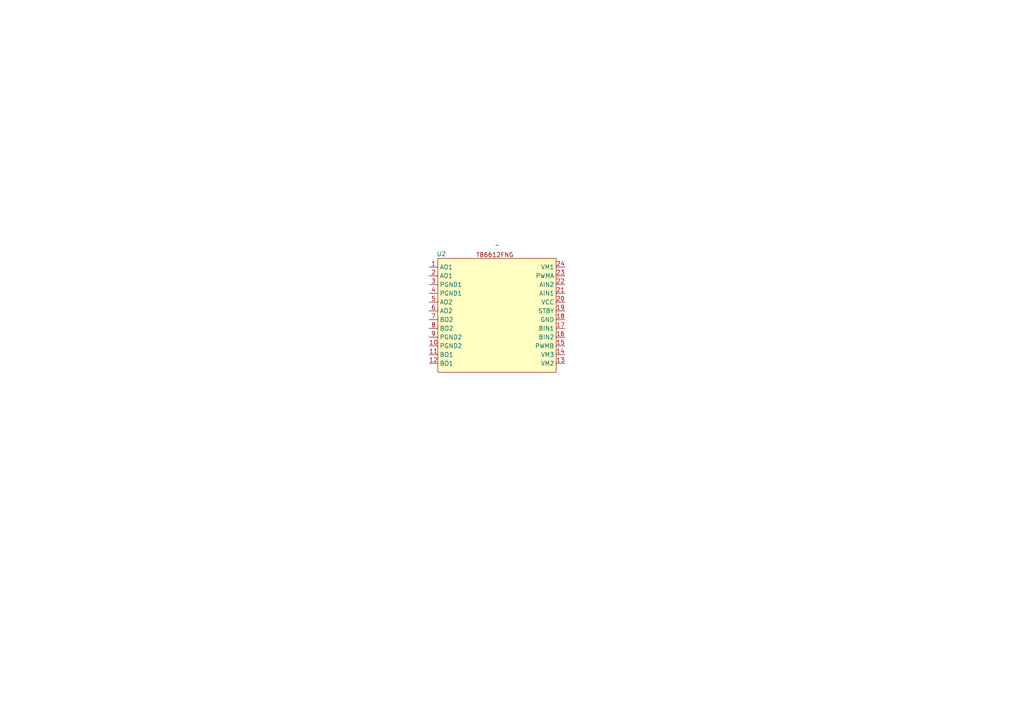
<source format=kicad_sch>
(kicad_sch (version 20250114) (generator "eeschema") (generator_version "9.0")
  (paper "A4")
  (lib_symbols
    (symbol "sumo-robot-symbols:TB6612FNG"
      (property "Reference" "U" (at 1.016 34.29 0))
      (symbol "TB6612FNG_1_1"
        (rectangle (start 0 33.02) (end 34.29 0) (fill (type color) (color 255 255 194 1)))
        (text "TB6612FNG\n" (at 16.51 34.036 0) (effects (font (size 1.27 1.27))))
        (pin output line (at -2.54 30.48 0) (length 2.54) (name "AO1") (number "1"))
        (pin output line (at -2.54 27.94 0) (length 2.54) (name "AO1") (number "2"))
        (pin input line (at -2.54 25.4 0) (length 2.54) (name "PGND1") (number "3"))
        (pin input line (at -2.54 22.86 0) (length 2.54) (name "PGND1") (number "4"))
        (pin output line (at -2.54 20.32 0) (length 2.54) (name "AO2") (number "5"))
        (pin output line (at -2.54 17.78 0) (length 2.54) (name "AO2") (number "6"))
        (pin output line (at -2.54 15.24 0) (length 2.54) (name "BO2") (number "7"))
        (pin output line (at -2.54 12.7 0) (length 2.54) (name "BO2") (number "8"))
        (pin input line (at -2.54 10.16 0) (length 2.54) (name "PGND2") (number "9"))
        (pin input line (at -2.54 7.62 0) (length 2.54) (name "PGND2") (number "10"))
        (pin output line (at -2.54 5.08 0) (length 2.54) (name "BO1") (number "11"))
        (pin output line (at -2.54 2.54 0) (length 2.54) (name "BO1") (number "12"))
        (pin input line (at 36.83 30.48 180) (length 2.54) (name "VM1") (number "24"))
        (pin input line (at 36.83 27.94 180) (length 2.54) (name "PWMA") (number "23"))
        (pin input line (at 36.83 25.4 180) (length 2.54) (name "AIN2") (number "22"))
        (pin input line (at 36.83 22.86 180) (length 2.54) (name "AIN1") (number "21"))
        (pin input line (at 36.83 20.32 180) (length 2.54) (name "VCC") (number "20"))
        (pin input line (at 36.83 17.78 180) (length 2.54) (name "STBY") (number "19"))
        (pin input line (at 36.83 15.24 180) (length 2.54) (name "GND") (number "18"))
        (pin input line (at 36.83 12.7 180) (length 2.54) (name "BIN1") (number "17"))
        (pin input line (at 36.83 10.16 180) (length 2.54) (name "BIN2") (number "16"))
        (pin input line (at 36.83 7.62 180) (length 2.54) (name "PWMB") (number "15"))
        (pin input line (at 36.83 5.08 180) (length 2.54) (name "VM3") (number "14"))
        (pin input line (at 36.83 2.54 180) (length 2.54) (name "VM2") (number "13"))
      )
    )
  )
  (symbol (lib_id "sumo-robot-symbols:TB6612FNG") (at 127 107.95 0) (unit 1)
    (property "Reference" "U2" (at 128.016 73.66 0))
    (property "Value" "~" (at 144.145 71.12 0))
  )
)
</source>
